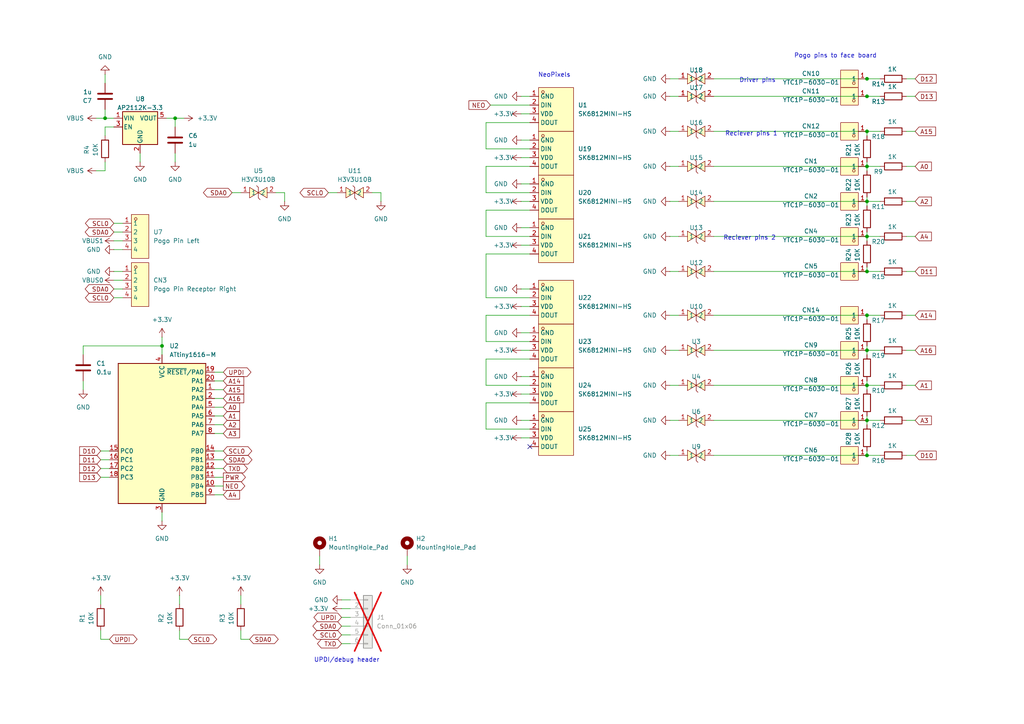
<source format=kicad_sch>
(kicad_sch (version 20250114) (generator "eeschema") (generator_version "9.0")
  (paper "A4")
  (text "Reciever pins 1" (at 217.932 38.862 0) (effects (font (size 1.27 1.27))))
  (text "Reciever pins 2\n" (at 217.424 69.088 0) (effects (font (size 1.27 1.27))))
  (text "NeoPixels\n" (at 160.782 21.844 0) (effects (font (size 1.27 1.27))))
  (text "Power transmission circuit" (at 201.93 224.79 0) (effects (font (size 1.27 1.27))))
  (text "Driver pins" (at 219.71 23.368 0) (effects (font (size 1.27 1.27))))
  (text "Pogo pins to face board\n" (at 242.316 16.256 0) (effects (font (size 1.27 1.27))))
  (text "UPDI/debug header\n" (at 100.584 191.516 0) (effects (font (size 1.27 1.27))))
  (junction (at 251.46 27.94))
  (junction (at 251.46 68.58))
  (junction (at 189.23 227.33))
  (junction (at 30.48 34.29))
  (junction (at 251.46 78.74))
  (junction (at 251.46 101.6))
  (junction (at 46.99 100.33))
  (junction (at 179.07 242.57))
  (junction (at 251.46 132.08))
  (junction (at 179.07 234.95))
  (junction (at 251.46 91.44))
  (junction (at 179.07 222.25))
  (junction (at 251.46 48.26))
  (junction (at 251.46 22.86))
  (junction (at 251.46 121.92))
  (junction (at 251.46 111.76))
  (junction (at 251.46 58.42))
  (junction (at 251.46 38.1))
  (junction (at 50.8 34.29))
  (no_connect (at 153.67 129.54))
  (no_connect (at 257.81 220.98))
  (wire (pts (xy 251.46 46.99) (xy 251.46 48.26)))
  (wire (pts (xy 207.01 91.44) (xy 251.46 91.44)))
  (wire (pts (xy 251.46 27.94) (xy 255.27 27.94)))
  (wire (pts (xy 260.35 228.6) (xy 257.81 228.6)))
  (wire (pts (xy 194.31 38.1) (xy 196.85 38.1)))
  (wire (pts (xy 189.23 237.49) (xy 189.23 227.33)))
  (wire (pts (xy 64.77 123.19) (xy 62.23 123.19)))
  (wire (pts (xy 189.23 222.25) (xy 189.23 227.33)))
  (wire (pts (xy 151.13 45.72) (xy 153.67 45.72)))
  (wire (pts (xy 110.49 55.88) (xy 107.95 55.88)))
  (wire (pts (xy 153.67 91.44) (xy 140.97 91.44)))
  (wire (pts (xy 140.97 111.76) (xy 140.97 104.14)))
  (wire (pts (xy 64.77 135.89) (xy 62.23 135.89)))
  (wire (pts (xy 153.67 68.58) (xy 140.97 68.58)))
  (wire (pts (xy 29.21 135.89) (xy 31.75 135.89)))
  (wire (pts (xy 30.48 31.75) (xy 30.48 34.29)))
  (wire (pts (xy 29.21 130.81) (xy 31.75 130.81)))
  (wire (pts (xy 140.97 116.84) (xy 153.67 116.84)))
  (wire (pts (xy 151.13 127) (xy 153.67 127)))
  (wire (pts (xy 194.31 48.26) (xy 196.85 48.26)))
  (wire (pts (xy 214.63 227.33) (xy 214.63 229.87)))
  (wire (pts (xy 194.31 101.6) (xy 196.85 101.6)))
  (wire (pts (xy 33.02 72.39) (xy 35.56 72.39)))
  (wire (pts (xy 251.46 48.26) (xy 251.46 49.53)))
  (wire (pts (xy 251.46 111.76) (xy 251.46 113.03)))
  (wire (pts (xy 232.41 223.52) (xy 234.95 223.52)))
  (wire (pts (xy 64.77 120.65) (xy 62.23 120.65)))
  (wire (pts (xy 265.43 132.08) (xy 262.89 132.08)))
  (wire (pts (xy 30.48 49.53) (xy 30.48 46.99)))
  (wire (pts (xy 232.41 226.06) (xy 234.95 226.06)))
  (wire (pts (xy 140.97 104.14) (xy 153.67 104.14)))
  (wire (pts (xy 64.77 130.81) (xy 62.23 130.81)))
  (wire (pts (xy 64.77 118.11) (xy 62.23 118.11)))
  (wire (pts (xy 207.01 48.26) (xy 251.46 48.26)))
  (wire (pts (xy 265.43 68.58) (xy 262.89 68.58)))
  (wire (pts (xy 207.01 68.58) (xy 251.46 68.58)))
  (wire (pts (xy 194.31 22.86) (xy 196.85 22.86)))
  (wire (pts (xy 82.55 55.88) (xy 80.01 55.88)))
  (wire (pts (xy 251.46 101.6) (xy 251.46 102.87)))
  (wire (pts (xy 140.97 43.18) (xy 140.97 35.56)))
  (wire (pts (xy 69.85 172.72) (xy 69.85 175.26)))
  (wire (pts (xy 52.07 182.88) (xy 52.07 185.42)))
  (wire (pts (xy 265.43 27.94) (xy 262.89 27.94)))
  (wire (pts (xy 140.97 68.58) (xy 140.97 60.96)))
  (wire (pts (xy 53.34 34.29) (xy 50.8 34.29)))
  (wire (pts (xy 140.97 35.56) (xy 153.67 35.56)))
  (wire (pts (xy 151.13 114.3) (xy 153.67 114.3)))
  (wire (pts (xy 33.02 81.28) (xy 35.56 81.28)))
  (wire (pts (xy 265.43 48.26) (xy 262.89 48.26)))
  (wire (pts (xy 99.06 176.53) (xy 101.6 176.53)))
  (wire (pts (xy 251.46 100.33) (xy 251.46 101.6)))
  (wire (pts (xy 251.46 22.86) (xy 255.27 22.86)))
  (wire (pts (xy 29.21 133.35) (xy 31.75 133.35)))
  (wire (pts (xy 207.01 234.95) (xy 179.07 234.95)))
  (wire (pts (xy 50.8 36.83) (xy 50.8 34.29)))
  (wire (pts (xy 232.41 220.98) (xy 234.95 220.98)))
  (wire (pts (xy 251.46 121.92) (xy 255.27 121.92)))
  (wire (pts (xy 30.48 36.83) (xy 30.48 39.37)))
  (wire (pts (xy 194.31 132.08) (xy 196.85 132.08)))
  (wire (pts (xy 151.13 101.6) (xy 153.67 101.6)))
  (wire (pts (xy 251.46 91.44) (xy 251.46 92.71)))
  (wire (pts (xy 168.91 222.25) (xy 179.07 222.25)))
  (wire (pts (xy 207.01 132.08) (xy 251.46 132.08)))
  (wire (pts (xy 265.43 111.76) (xy 262.89 111.76)))
  (wire (pts (xy 251.46 101.6) (xy 255.27 101.6)))
  (wire (pts (xy 153.67 55.88) (xy 140.97 55.88)))
  (wire (pts (xy 232.41 218.44) (xy 232.41 220.98)))
  (wire (pts (xy 194.31 27.94) (xy 196.85 27.94)))
  (wire (pts (xy 151.13 66.04) (xy 153.67 66.04)))
  (wire (pts (xy 64.77 110.49) (xy 62.23 110.49)))
  (wire (pts (xy 54.61 185.42) (xy 52.07 185.42)))
  (wire (pts (xy 260.35 226.06) (xy 257.81 226.06)))
  (wire (pts (xy 46.99 100.33) (xy 46.99 102.87)))
  (wire (pts (xy 101.6 179.07) (xy 99.06 179.07)))
  (wire (pts (xy 151.13 83.82) (xy 153.67 83.82)))
  (wire (pts (xy 168.91 224.79) (xy 168.91 222.25)))
  (wire (pts (xy 64.77 125.73) (xy 62.23 125.73)))
  (wire (pts (xy 50.8 34.29) (xy 48.26 34.29)))
  (wire (pts (xy 50.8 46.99) (xy 50.8 44.45)))
  (wire (pts (xy 72.39 185.42) (xy 69.85 185.42)))
  (wire (pts (xy 194.31 58.42) (xy 196.85 58.42)))
  (wire (pts (xy 24.13 100.33) (xy 24.13 102.87)))
  (wire (pts (xy 67.31 55.88) (xy 69.85 55.88)))
  (wire (pts (xy 142.24 30.48) (xy 153.67 30.48)))
  (wire (pts (xy 251.46 121.92) (xy 251.46 123.19)))
  (wire (pts (xy 151.13 33.02) (xy 153.67 33.02)))
  (wire (pts (xy 92.71 163.83) (xy 92.71 161.29)))
  (wire (pts (xy 99.06 186.69) (xy 101.6 186.69)))
  (wire (pts (xy 194.31 78.74) (xy 196.85 78.74)))
  (wire (pts (xy 99.06 181.61) (xy 101.6 181.61)))
  (wire (pts (xy 251.46 68.58) (xy 255.27 68.58)))
  (wire (pts (xy 62.23 107.95) (xy 64.77 107.95)))
  (wire (pts (xy 251.46 130.81) (xy 251.46 132.08)))
  (wire (pts (xy 153.67 99.06) (xy 140.97 99.06)))
  (wire (pts (xy 168.91 232.41) (xy 168.91 234.95)))
  (wire (pts (xy 64.77 143.51) (xy 62.23 143.51)))
  (wire (pts (xy 30.48 34.29) (xy 33.02 34.29)))
  (wire (pts (xy 46.99 97.79) (xy 46.99 100.33)))
  (wire (pts (xy 251.46 120.65) (xy 251.46 121.92)))
  (wire (pts (xy 153.67 111.76) (xy 140.97 111.76)))
  (wire (pts (xy 217.17 250.19) (xy 214.63 250.19)))
  (wire (pts (xy 30.48 21.59) (xy 30.48 24.13)))
  (wire (pts (xy 179.07 232.41) (xy 179.07 234.95)))
  (wire (pts (xy 251.46 111.76) (xy 255.27 111.76)))
  (wire (pts (xy 64.77 115.57) (xy 62.23 115.57)))
  (wire (pts (xy 232.41 231.14) (xy 232.41 228.6)))
  (wire (pts (xy 40.64 46.99) (xy 40.64 44.45)))
  (wire (pts (xy 251.46 38.1) (xy 251.46 39.37)))
  (wire (pts (xy 140.97 60.96) (xy 153.67 60.96)))
  (wire (pts (xy 64.77 140.97) (xy 62.23 140.97)))
  (wire (pts (xy 33.02 83.82) (xy 35.56 83.82)))
  (wire (pts (xy 251.46 48.26) (xy 255.27 48.26)))
  (wire (pts (xy 207.01 27.94) (xy 251.46 27.94)))
  (wire (pts (xy 95.25 55.88) (xy 97.79 55.88)))
  (wire (pts (xy 194.31 121.92) (xy 196.85 121.92)))
  (wire (pts (xy 33.02 64.77) (xy 35.56 64.77)))
  (wire (pts (xy 151.13 40.64) (xy 153.67 40.64)))
  (wire (pts (xy 179.07 234.95) (xy 179.07 242.57)))
  (wire (pts (xy 151.13 58.42) (xy 153.67 58.42)))
  (wire (pts (xy 118.11 163.83) (xy 118.11 161.29)))
  (wire (pts (xy 189.23 227.33) (xy 214.63 227.33)))
  (wire (pts (xy 153.67 86.36) (xy 140.97 86.36)))
  (wire (pts (xy 140.97 124.46) (xy 140.97 116.84)))
  (wire (pts (xy 29.21 172.72) (xy 29.21 175.26)))
  (wire (pts (xy 251.46 68.58) (xy 251.46 69.85)))
  (wire (pts (xy 207.01 111.76) (xy 251.46 111.76)))
  (wire (pts (xy 99.06 173.99) (xy 101.6 173.99)))
  (wire (pts (xy 27.94 49.53) (xy 30.48 49.53)))
  (wire (pts (xy 176.53 242.57) (xy 179.07 242.57)))
  (wire (pts (xy 179.07 222.25) (xy 189.23 222.25)))
  (wire (pts (xy 251.46 57.15) (xy 251.46 58.42)))
  (wire (pts (xy 82.55 58.42) (xy 82.55 55.88)))
  (wire (pts (xy 52.07 172.72) (xy 52.07 175.26)))
  (wire (pts (xy 207.01 22.86) (xy 251.46 22.86)))
  (wire (pts (xy 251.46 58.42) (xy 255.27 58.42)))
  (wire (pts (xy 99.06 184.15) (xy 101.6 184.15)))
  (wire (pts (xy 151.13 71.12) (xy 153.67 71.12)))
  (wire (pts (xy 140.97 73.66) (xy 140.97 86.36)))
  (wire (pts (xy 265.43 38.1) (xy 262.89 38.1)))
  (wire (pts (xy 69.85 182.88) (xy 69.85 185.42)))
  (wire (pts (xy 189.23 247.65) (xy 189.23 250.19)))
  (wire (pts (xy 251.46 110.49) (xy 251.46 111.76)))
  (wire (pts (xy 33.02 67.31) (xy 35.56 67.31)))
  (wire (pts (xy 251.46 58.42) (xy 251.46 59.69)))
  (wire (pts (xy 24.13 100.33) (xy 46.99 100.33)))
  (wire (pts (xy 265.43 58.42) (xy 262.89 58.42)))
  (wire (pts (xy 179.07 242.57) (xy 181.61 242.57)))
  (wire (pts (xy 140.97 48.26) (xy 153.67 48.26)))
  (wire (pts (xy 140.97 73.66) (xy 153.67 73.66)))
  (wire (pts (xy 194.31 91.44) (xy 196.85 91.44)))
  (wire (pts (xy 251.46 91.44) (xy 255.27 91.44)))
  (wire (pts (xy 151.13 96.52) (xy 153.67 96.52)))
  (wire (pts (xy 29.21 185.42) (xy 31.75 185.42)))
  (wire (pts (xy 64.77 113.03) (xy 62.23 113.03)))
  (wire (pts (xy 191.77 250.19) (xy 189.23 250.19)))
  (wire (pts (xy 260.35 223.52) (xy 257.81 223.52)))
  (wire (pts (xy 29.21 182.88) (xy 29.21 185.42)))
  (wire (pts (xy 140.97 91.44) (xy 140.97 99.06)))
  (wire (pts (xy 179.07 224.79) (xy 179.07 222.25)))
  (wire (pts (xy 265.43 121.92) (xy 262.89 121.92)))
  (wire (pts (xy 265.43 22.86) (xy 262.89 22.86)))
  (wire (pts (xy 30.48 36.83) (xy 33.02 36.83)))
  (wire (pts (xy 153.67 124.46) (xy 140.97 124.46)))
  (wire (pts (xy 168.91 234.95) (xy 179.07 234.95)))
  (wire (pts (xy 151.13 109.22) (xy 153.67 109.22)))
  (wire (pts (xy 232.41 228.6) (xy 234.95 228.6)))
  (wire (pts (xy 265.43 101.6) (xy 262.89 101.6)))
  (wire (pts (xy 194.31 68.58) (xy 196.85 68.58)))
  (wire (pts (xy 110.49 58.42) (xy 110.49 55.88)))
  (wire (pts (xy 194.31 111.76) (xy 196.85 111.76)))
  (wire (pts (xy 265.43 91.44) (xy 262.89 91.44)))
  (wire (pts (xy 151.13 88.9) (xy 153.67 88.9)))
  (wire (pts (xy 151.13 27.94) (xy 153.67 27.94)))
  (wire (pts (xy 214.63 250.19) (xy 214.63 240.03)))
  (wire (pts (xy 24.13 110.49) (xy 24.13 113.03)))
  (wire (pts (xy 29.21 138.43) (xy 31.75 138.43)))
  (wire (pts (xy 207.01 58.42) (xy 251.46 58.42)))
  (wire (pts (xy 207.01 78.74) (xy 251.46 78.74)))
  (wire (pts (xy 207.01 121.92) (xy 251.46 121.92)))
  (wire (pts (xy 265.43 78.74) (xy 262.89 78.74)))
  (wire (pts (xy 153.67 43.18) (xy 140.97 43.18)))
  (wire (pts (xy 251.46 38.1) (xy 255.27 38.1)))
  (wire (pts (xy 251.46 77.47) (xy 251.46 78.74)))
  (wire (pts (xy 151.13 121.92) (xy 153.67 121.92)))
  (wire (pts (xy 64.77 138.43) (xy 62.23 138.43)))
  (wire (pts (xy 33.02 69.85) (xy 35.56 69.85)))
  (wire (pts (xy 140.97 55.88) (xy 140.97 48.26)))
  (wire (pts (xy 151.13 53.34) (xy 153.67 53.34)))
  (wire (pts (xy 33.02 86.36) (xy 35.56 86.36)))
  (wire (pts (xy 251.46 132.08) (xy 255.27 132.08)))
  (wire (pts (xy 251.46 78.74) (xy 255.27 78.74)))
  (wire (pts (xy 27.94 34.29) (xy 30.48 34.29)))
  (wire (pts (xy 207.01 101.6) (xy 251.46 101.6)))
  (wire (pts (xy 46.99 148.59) (xy 46.99 151.13)))
  (wire (pts (xy 33.02 78.74) (xy 35.56 78.74)))
  (wire (pts (xy 260.35 231.14) (xy 260.35 228.6)))
  (wire (pts (xy 64.77 133.35) (xy 62.23 133.35)))
  (wire (pts (xy 207.01 38.1) (xy 251.46 38.1)))
  (wire (pts (xy 251.46 67.31) (xy 251.46 68.58)))
  (global_label "UPDI" (shape bidirectional) (at 99.06 179.07 180) (property "Intersheetrefs" "${INTERSHEET_REFS}" (effects (hide yes))))
  (global_label "D13" (shape input) (at 265.43 27.94 0) (property "Intersheetrefs" "${INTERSHEET_REFS}" (effects (hide yes))))
  (global_label "NEO" (shape output) (at 64.77 140.97 0) (property "Intersheetrefs" "${INTERSHEET_REFS}" (effects (hide yes))))
  (global_label "A0" (shape input) (at 64.77 118.11 0) (property "Intersheetrefs" "${INTERSHEET_REFS}" (effects (hide yes))))
  (global_label "SCL0" (shape bidirectional) (at 33.02 86.36 180) (property "Intersheetrefs" "${INTERSHEET_REFS}" (effects (hide yes))))
  (global_label "D11" (shape input) (at 29.21 133.35 180) (property "Intersheetrefs" "${INTERSHEET_REFS}" (effects (hide yes))))
  (global_label "A14" (shape input) (at 265.43 91.44 0) (property "Intersheetrefs" "${INTERSHEET_REFS}" (effects (hide yes))))
  (global_label "A4" (shape input) (at 265.43 68.58 0) (property "Intersheetrefs" "${INTERSHEET_REFS}" (effects (hide yes))))
  (global_label "D11" (shape input) (at 265.43 78.74 0) (property "Intersheetrefs" "${INTERSHEET_REFS}" (effects (hide yes))))
  (global_label "A3" (shape input) (at 265.43 121.92 0) (property "Intersheetrefs" "${INTERSHEET_REFS}" (effects (hide yes))))
  (global_label "SDA0" (shape bidirectional) (at 67.31 55.88 180) (property "Intersheetrefs" "${INTERSHEET_REFS}" (effects (hide yes))))
  (global_label "SDA0" (shape bidirectional) (at 99.06 181.61 180) (property "Intersheetrefs" "${INTERSHEET_REFS}" (effects (hide yes))))
  (global_label "SCL0" (shape bidirectional) (at 64.77 130.81 0) (property "Intersheetrefs" "${INTERSHEET_REFS}" (effects (hide yes))))
  (global_label "A15" (shape input) (at 265.43 38.1 0) (property "Intersheetrefs" "${INTERSHEET_REFS}" (effects (hide yes))))
  (global_label "SCL0" (shape bidirectional) (at 54.61 185.42 0) (property "Intersheetrefs" "${INTERSHEET_REFS}" (effects (hide yes))))
  (global_label "A0" (shape input) (at 265.43 48.26 0) (property "Intersheetrefs" "${INTERSHEET_REFS}" (effects (hide yes))))
  (global_label "PWR" (shape output) (at 176.53 242.57 180) (property "Intersheetrefs" "${INTERSHEET_REFS}" (effects (hide yes))))
  (global_label "A2" (shape input) (at 64.77 123.19 0) (property "Intersheetrefs" "${INTERSHEET_REFS}" (effects (hide yes))))
  (global_label "TXD" (shape bidirectional) (at 99.06 186.69 180) (property "Intersheetrefs" "${INTERSHEET_REFS}" (effects (hide yes))))
  (global_label "D13" (shape input) (at 29.21 138.43 180) (property "Intersheetrefs" "${INTERSHEET_REFS}" (effects (hide yes))))
  (global_label "SDA0" (shape bidirectional) (at 33.02 83.82 180) (property "Intersheetrefs" "${INTERSHEET_REFS}" (effects (hide yes))))
  (global_label "SCL0" (shape bidirectional) (at 95.25 55.88 180) (property "Intersheetrefs" "${INTERSHEET_REFS}" (effects (hide yes))))
  (global_label "SCL0" (shape bidirectional) (at 99.06 184.15 180) (property "Intersheetrefs" "${INTERSHEET_REFS}" (effects (hide yes))))
  (global_label "SCL0" (shape bidirectional) (at 33.02 64.77 180) (property "Intersheetrefs" "${INTERSHEET_REFS}" (effects (hide yes))))
  (global_label "UPDI" (shape bidirectional) (at 64.77 107.95 0) (property "Intersheetrefs" "${INTERSHEET_REFS}" (effects (hide yes))))
  (global_label "D10" (shape input) (at 265.43 132.08 0) (property "Intersheetrefs" "${INTERSHEET_REFS}" (effects (hide yes))))
  (global_label "D12" (shape input) (at 265.43 22.86 0) (property "Intersheetrefs" "${INTERSHEET_REFS}" (effects (hide yes))))
  (global_label "A1" (shape input) (at 265.43 111.76 0) (property "Intersheetrefs" "${INTERSHEET_REFS}" (effects (hide yes))))
  (global_label "A2" (shape input) (at 265.43 58.42 0) (property "Intersheetrefs" "${INTERSHEET_REFS}" (effects (hide yes))))
  (global_label "NEO" (shape input) (at 142.24 30.48 180) (property "Intersheetrefs" "${INTERSHEET_REFS}" (effects (hide yes))))
  (global_label "A3" (shape input) (at 64.77 125.73 0) (property "Intersheetrefs" "${INTERSHEET_REFS}" (effects (hide yes))))
  (global_label "SDA0" (shape bidirectional) (at 64.77 133.35 0) (property "Intersheetrefs" "${INTERSHEET_REFS}" (effects (hide yes))))
  (global_label "A15" (shape input) (at 64.77 113.03 0) (property "Intersheetrefs" "${INTERSHEET_REFS}" (effects (hide yes))))
  (global_label "UPDI" (shape bidirectional) (at 31.75 185.42 0) (property "Intersheetrefs" "${INTERSHEET_REFS}" (effects (hide yes))))
  (global_label "D12" (shape input) (at 29.21 135.89 180) (property "Intersheetrefs" "${INTERSHEET_REFS}" (effects (hide yes))))
  (global_label "A1" (shape input) (at 64.77 120.65 0) (property "Intersheetrefs" "${INTERSHEET_REFS}" (effects (hide yes))))
  (global_label "D10" (shape input) (at 29.21 130.81 180) (property "Intersheetrefs" "${INTERSHEET_REFS}" (effects (hide yes))))
  (global_label "A4" (shape input) (at 64.77 143.51 0) (property "Intersheetrefs" "${INTERSHEET_REFS}" (effects (hide yes))))
  (global_label "A16" (shape input) (at 265.43 101.6 0) (property "Intersheetrefs" "${INTERSHEET_REFS}" (effects (hide yes))))
  (global_label "PWR" (shape output) (at 64.77 138.43 0) (property "Intersheetrefs" "${INTERSHEET_REFS}" (effects (hide yes))))
  (global_label "SDA0" (shape bidirectional) (at 33.02 67.31 180) (property "Intersheetrefs" "${INTERSHEET_REFS}" (effects (hide yes))))
  (global_label "TXD" (shape bidirectional) (at 64.77 135.89 0) (property "Intersheetrefs" "${INTERSHEET_REFS}" (effects (hide yes))))
  (global_label "A16" (shape input) (at 64.77 115.57 0) (property "Intersheetrefs" "${INTERSHEET_REFS}" (effects (hide yes))))
  (global_label "SDA0" (shape bidirectional) (at 72.39 185.42 0) (property "Intersheetrefs" "${INTERSHEET_REFS}" (effects (hide yes))))
  (global_label "A14" (shape input) (at 64.77 110.49 0) (property "Intersheetrefs" "${INTERSHEET_REFS}" (effects (hide yes))))
  (symbol (lib_id "easyeda2kicad:SK6812MINI-HS") (at 161.29 125.73 0) (unit 1)
    (property "Reference" "U25" (at 167.64 124.4599 0) (effects (justify left)))
    (property "Value" "SK6812MINI-HS" (at 167.64 126.9999 0) (effects (justify left)))
    (property "Footprint" "easyeda2kicad:LED-SMD_4P-L3.5-W3.5-BR_SK6812MINI-HS" (effects (hide yes)))
    (property "LCSC Part" "C2922787" (effects (hide yes)))
  )
  (symbol (lib_id "power:GND") (at 110.49 58.42 0) (mirror y) (unit 1)
    (property "Reference" "#PWR099" (effects (hide yes)))
    (property "Value" "GND" (at 110.49 63.5 0))
    (property "Description" "Power symbol creates a global label with name \"GND\" , ground" (effects (hide yes)))
  )
  (symbol (lib_id "Transistor_FET:AO3401A") (at 186.69 242.57 0) (mirror x) (unit 1)
    (property "Reference" "Q3" (at 193.04 243.8401 0) (effects (justify left)))
    (property "Value" "AO3401A" (at 193.04 241.3001 0) (effects (justify left)))
    (property "Footprint" "Package_TO_SOT_SMD:SOT-23" (effects (hide yes)))
    (property "Datasheet" "http://www.aosmd.com/pdfs/datasheet/AO3401A.pdf" (effects (hide yes)))
    (property "Description" "-4.0A Id, -30V Vds, P-Channel MOSFET, SOT-23" (effects (hide yes)))
  )
  (symbol (lib_id "easyeda2kicad:H3V3U10B") (at 201.93 68.58 0) (unit 1)
    (property "Reference" "U13" (at 201.93 66.04 0))
    (property "Value" "H3V3U10B" (effects (hide yes)))
    (property "Footprint" "easyeda2kicad:DFN1006-2L-BI" (effects (hide yes)))
    (property "LCSC Part" "C20615782" (effects (hide yes)))
  )
  (symbol (lib_id "Device:R") (at 251.46 127 0) (unit 1)
    (property "Reference" "R28" (at 246.126 127.254 90))
    (property "Value" "10K" (at 248.666 127.254 90))
    (property "Footprint" "Resistor_SMD:R_0402_1005Metric" (effects (hide yes)))
    (property "Description" "Resistor" (effects (hide yes)))
  )
  (symbol (lib_id "Device:R") (at 30.48 43.18 0) (unit 1)
    (property "Reference" "R4" (at 25.146 43.434 90))
    (property "Value" "10K" (at 27.686 43.434 90))
    (property "Footprint" "Resistor_SMD:R_0402_1005Metric" (effects (hide yes)))
    (property "Description" "Resistor" (effects (hide yes)))
  )
  (symbol (lib_id "Device:R") (at 259.08 48.26 270) (unit 1)
    (property "Reference" "R9" (at 254.762 49.784 90))
    (property "Value" "1K" (at 258.826 45.466 90))
    (property "Footprint" "Resistor_SMD:R_0402_1005Metric" (effects (hide yes)))
    (property "Description" "Resistor" (effects (hide yes)))
  )
  (symbol (lib_id "easyeda2kicad:H3V3U10B") (at 201.93 22.86 0) (unit 1)
    (property "Reference" "U18" (at 201.93 20.32 0))
    (property "Value" "H3V3U10B" (effects (hide yes)))
    (property "Footprint" "easyeda2kicad:DFN1006-2L-BI" (effects (hide yes)))
    (property "LCSC Part" "C20615782" (effects (hide yes)))
  )
  (symbol (lib_id "easyeda2kicad:YZ165615055F-04025-01") (at 40.64 68.58 0) (unit 1)
    (property "Reference" "U7" (at 44.45 67.3099 0) (effects (justify left)))
    (property "Value" "Pogo Pin Left" (at 44.45 69.8499 0) (effects (justify left)))
    (property "Footprint" "easyeda2kicad:CONN-SMD_4P-L11.0-W5.5-P2.50_YZ165615055F-04025-01" (effects (hide yes)))
    (property "LCSC Part" "C5296819" (effects (hide yes)))
  )
  (symbol (lib_id "easyeda2kicad:H3V3U10B") (at 201.93 78.74 0) (unit 1)
    (property "Reference" "U12" (at 201.93 76.2 0))
    (property "Value" "H3V3U10B" (effects (hide yes)))
    (property "Footprint" "easyeda2kicad:DFN1006-2L-BI" (effects (hide yes)))
    (property "LCSC Part" "C20615782" (effects (hide yes)))
  )
  (symbol (lib_id "power:+3.3V") (at 151.13 101.6 90) (unit 1)
    (property "Reference" "#PWR041" (effects (hide yes)))
    (property "Value" "+3.3V" (at 146.05 101.6 90))
    (property "Description" "Power symbol creates a global label with name \"+3.3V\"" (effects (hide yes)))
  )
  (symbol (lib_id "power:GND") (at 46.99 151.13 0) (unit 1)
    (property "Reference" "#PWR05" (effects (hide yes)))
    (property "Value" "GND" (at 46.99 156.21 0))
    (property "Description" "Power symbol creates a global label with name \"GND\" , ground" (effects (hide yes)))
  )
  (symbol (lib_id "easyeda2kicad:YTC1P-6030-01") (at 247.65 121.92 180) (unit 1)
    (property "Reference" "CN7" (at 235.204 120.396 0))
    (property "Value" "YTC1P-6030-01" (at 235.204 122.936 0))
    (property "Footprint" "easyeda2kicad:SMD-1_BD2.0-H10.0" (effects (hide yes)))
    (property "LCSC Part" "C5221285" (effects (hide yes)))
  )
  (symbol (lib_id "Transistor_FET:AO3401A") (at 212.09 234.95 0) (mirror x) (unit 1)
    (property "Reference" "Q4" (at 218.44 236.2201 0) (effects (justify left)))
    (property "Value" "AO3401A" (at 218.44 233.6801 0) (effects (justify left)))
    (property "Footprint" "Package_TO_SOT_SMD:SOT-23" (effects (hide yes)))
    (property "Datasheet" "http://www.aosmd.com/pdfs/datasheet/AO3401A.pdf" (effects (hide yes)))
    (property "Description" "-4.0A Id, -30V Vds, P-Channel MOSFET, SOT-23" (effects (hide yes)))
  )
  (symbol (lib_id "power:GND") (at 151.13 66.04 270) (unit 1)
    (property "Reference" "#PWR036" (effects (hide yes)))
    (property "Value" "GND" (at 147.32 66.0399 90) (effects (justify right)))
    (property "Description" "Power symbol creates a global label with name \"GND\" , ground" (effects (hide yes)))
  )
  (symbol (lib_id "Device:C") (at 50.8 40.64 0) (unit 1)
    (property "Reference" "C6" (at 54.61 39.3699 0) (effects (justify left)))
    (property "Value" "1u" (at 54.61 41.9099 0) (effects (justify left)))
    (property "Footprint" "Capacitor_SMD:C_0402_1005Metric" (effects (hide yes)))
    (property "Description" "Unpolarized capacitor" (effects (hide yes)))
  )
  (symbol (lib_id "easyeda2kicad:SK6812MINI-HS") (at 161.29 113.03 0) (unit 1)
    (property "Reference" "U24" (at 167.64 111.7599 0) (effects (justify left)))
    (property "Value" "SK6812MINI-HS" (at 167.64 114.2999 0) (effects (justify left)))
    (property "Footprint" "easyeda2kicad:LED-SMD_4P-L3.5-W3.5-BR_SK6812MINI-HS" (effects (hide yes)))
    (property "LCSC Part" "C2922787" (effects (hide yes)))
  )
  (symbol (lib_id "power:VBUS") (at 27.94 34.29 90) (unit 1)
    (property "Reference" "#PWR090" (effects (hide yes)))
    (property "Value" "VBUS" (at 21.844 34.29 90))
    (property "Description" "Power symbol creates a global label with name \"VBUS\"" (effects (hide yes)))
  )
  (symbol (lib_id "Device:R") (at 179.07 228.6 0) (unit 1)
    (property "Reference" "R29" (at 173.736 228.854 90))
    (property "Value" "10K" (at 176.276 228.854 90))
    (property "Footprint" "Resistor_SMD:R_0402_1005Metric" (effects (hide yes)))
    (property "Description" "Resistor" (effects (hide yes)))
  )
  (symbol (lib_id "power:+3.3V") (at 69.85 172.72 0) (unit 1)
    (property "Reference" "#PWR010" (effects (hide yes)))
    (property "Value" "+3.3V" (at 69.85 167.64 0))
    (property "Description" "Power symbol creates a global label with name \"+3.3V\"" (effects (hide yes)))
  )
  (symbol (lib_id "Device:R") (at 259.08 38.1 270) (unit 1)
    (property "Reference" "R18" (at 254.762 39.624 90))
    (property "Value" "1K" (at 258.826 35.306 90))
    (property "Footprint" "Resistor_SMD:R_0402_1005Metric" (effects (hide yes)))
    (property "Description" "Resistor" (effects (hide yes)))
  )
  (symbol (lib_id "easyeda2kicad:H3V3U10B") (at 201.93 91.44 0) (unit 1)
    (property "Reference" "U10" (at 201.93 88.9 0))
    (property "Value" "H3V3U10B" (effects (hide yes)))
    (property "Footprint" "easyeda2kicad:DFN1006-2L-BI" (effects (hide yes)))
    (property "LCSC Part" "C20615782" (effects (hide yes)))
  )
  (symbol (lib_id "easyeda2kicad:YTC1P-6030-01") (at 247.65 78.74 180) (unit 1)
    (property "Reference" "CN5" (at 235.204 77.216 0))
    (property "Value" "YTC1P-6030-01" (at 235.204 79.756 0))
    (property "Footprint" "easyeda2kicad:SMD-1_BD2.0-H10.0" (effects (hide yes)))
    (property "LCSC Part" "C5221285" (effects (hide yes)))
  )
  (symbol (lib_id "power:+3.3V") (at 52.07 172.72 0) (unit 1)
    (property "Reference" "#PWR09" (effects (hide yes)))
    (property "Value" "+3.3V" (at 52.07 167.64 0))
    (property "Description" "Power symbol creates a global label with name \"+3.3V\"" (effects (hide yes)))
  )
  (symbol (lib_id "power:GND") (at 151.13 83.82 270) (unit 1)
    (property "Reference" "#PWR038" (effects (hide yes)))
    (property "Value" "GND" (at 147.32 83.8199 90) (effects (justify right)))
    (property "Description" "Power symbol creates a global label with name \"GND\" , ground" (effects (hide yes)))
  )
  (symbol (lib_id "easyeda2kicad:YTC1P-6030-01") (at 247.65 48.26 180) (unit 1)
    (property "Reference" "CN1" (at 235.204 46.736 0))
    (property "Value" "YTC1P-6030-01" (at 235.204 49.276 0))
    (property "Footprint" "easyeda2kicad:SMD-1_BD2.0-H10.0" (effects (hide yes)))
    (property "LCSC Part" "C5221285" (effects (hide yes)))
  )
  (symbol (lib_id "easyeda2kicad:H3V3U10B") (at 201.93 121.92 0) (unit 1)
    (property "Reference" "U6" (at 201.93 119.38 0))
    (property "Value" "H3V3U10B" (effects (hide yes)))
    (property "Footprint" "easyeda2kicad:DFN1006-2L-BI" (effects (hide yes)))
    (property "LCSC Part" "C20615782" (effects (hide yes)))
  )
  (symbol (lib_id "Device:R") (at 251.46 43.18 0) (unit 1)
    (property "Reference" "R21" (at 246.126 43.434 90))
    (property "Value" "10K" (at 248.666 43.434 90))
    (property "Footprint" "Resistor_SMD:R_0402_1005Metric" (effects (hide yes)))
    (property "Description" "Resistor" (effects (hide yes)))
  )
  (symbol (lib_id "Device:C") (at 168.91 228.6 180) (unit 1)
    (property "Reference" "C8" (at 165.1 229.8701 0) (effects (justify left)))
    (property "Value" "1u" (at 165.1 227.3301 0) (effects (justify left)))
    (property "Footprint" "Capacitor_SMD:C_0402_1005Metric" (effects (hide yes)))
    (property "Description" "Unpolarized capacitor" (effects (hide yes)))
  )
  (symbol (lib_id "Mechanical:MountingHole_Pad") (at 118.11 158.75 0) (unit 1) (in_bom no)
    (property "Reference" "H2" (at 120.65 156.2099 0) (effects (justify left)))
    (property "Value" "MountingHole_Pad" (at 120.65 158.7499 0) (effects (justify left)))
    (property "Footprint" "MountingHole:MountingHole_2.7mm_M2.5_DIN965_Pad_TopBottom" (effects (hide yes)))
    (property "Description" "Mounting Hole with connection" (effects (hide yes)))
  )
  (symbol (lib_id "power:GND") (at 151.13 121.92 270) (unit 1)
    (property "Reference" "#PWR044" (effects (hide yes)))
    (property "Value" "GND" (at 147.32 121.9199 90) (effects (justify right)))
    (property "Description" "Power symbol creates a global label with name \"GND\" , ground" (effects (hide yes)))
  )
  (symbol (lib_id "power:GND") (at 194.31 38.1 270) (unit 1)
    (property "Reference" "#PWR026" (effects (hide yes)))
    (property "Value" "GND" (at 190.5 38.0999 90) (effects (justify right)))
    (property "Description" "Power symbol creates a global label with name \"GND\" , ground" (effects (hide yes)))
  )
  (symbol (lib_id "Device:R") (at 259.08 78.74 270) (unit 1)
    (property "Reference" "R15" (at 254.762 80.264 90))
    (property "Value" "1K" (at 258.826 75.946 90))
    (property "Footprint" "Resistor_SMD:R_0402_1005Metric" (effects (hide yes)))
    (property "Description" "Resistor" (effects (hide yes)))
  )
  (symbol (lib_id "power:GND") (at 151.13 109.22 270) (unit 1)
    (property "Reference" "#PWR042" (effects (hide yes)))
    (property "Value" "GND" (at 147.32 109.2199 90) (effects (justify right)))
    (property "Description" "Power symbol creates a global label with name \"GND\" , ground" (effects (hide yes)))
  )
  (symbol (lib_id "power:GND") (at 118.11 163.83 0) (unit 1)
    (property "Reference" "#PWR095" (effects (hide yes)))
    (property "Value" "GND" (at 118.11 168.91 0))
    (property "Description" "Power symbol creates a global label with name \"GND\" , ground" (effects (hide yes)))
  )
  (symbol (lib_id "Device:R") (at 259.08 27.94 270) (unit 1)
    (property "Reference" "R13" (at 254.762 29.464 90))
    (property "Value" "1K" (at 258.826 25.146 90))
    (property "Footprint" "Resistor_SMD:R_0402_1005Metric" (effects (hide yes)))
    (property "Description" "Resistor" (effects (hide yes)))
  )
  (symbol (lib_id "power:VBUS") (at 33.02 69.85 90) (unit 1)
    (property "Reference" "#PWR04" (effects (hide yes)))
    (property "Value" "VBUS1" (at 26.924 69.85 90))
    (property "Description" "Power symbol creates a global label with name \"VBUS\"" (effects (hide yes)))
  )
  (symbol (lib_id "Device:R") (at 52.07 179.07 0) (unit 1)
    (property "Reference" "R2" (at 46.736 179.324 90))
    (property "Value" "10K" (at 49.276 179.324 90))
    (property "Footprint" "Resistor_SMD:R_0402_1005Metric" (effects (hide yes)))
    (property "Description" "Resistor" (effects (hide yes)))
  )
  (symbol (lib_id "power:GND") (at 194.31 78.74 270) (unit 1)
    (property "Reference" "#PWR019" (effects (hide yes)))
    (property "Value" "GND" (at 190.5 78.7399 90) (effects (justify right)))
    (property "Description" "Power symbol creates a global label with name \"GND\" , ground" (effects (hide yes)))
  )
  (symbol (lib_id "easyeda2kicad:SK6812MINI-HS") (at 161.29 31.75 0) (unit 1)
    (property "Reference" "U1" (at 167.64 30.4799 0) (effects (justify left)))
    (property "Value" "SK6812MINI-HS" (at 167.64 33.0199 0) (effects (justify left)))
    (property "Footprint" "easyeda2kicad:LED-SMD_4P-L3.5-W3.5-BR_SK6812MINI-HS" (effects (hide yes)))
    (property "LCSC Part" "C2922787" (effects (hide yes)))
  )
  (symbol (lib_id "Device:R") (at 251.46 73.66 0) (unit 1)
    (property "Reference" "R24" (at 246.126 73.914 90))
    (property "Value" "10K" (at 248.666 73.914 90))
    (property "Footprint" "Resistor_SMD:R_0402_1005Metric" (effects (hide yes)))
    (property "Description" "Resistor" (effects (hide yes)))
  )
  (symbol (lib_id "power:GND") (at 260.35 231.14 0) (unit 1)
    (property "Reference" "#PWR0103" (effects (hide yes)))
    (property "Value" "GND" (at 260.35 236.22 0))
    (property "Description" "Power symbol creates a global label with name \"GND\" , ground" (effects (hide yes)))
  )
  (symbol (lib_id "easyeda2kicad:SK6812MINI-HS") (at 161.29 100.33 0) (unit 1)
    (property "Reference" "U23" (at 167.64 99.0599 0) (effects (justify left)))
    (property "Value" "SK6812MINI-HS" (at 167.64 101.5999 0) (effects (justify left)))
    (property "Footprint" "easyeda2kicad:LED-SMD_4P-L3.5-W3.5-BR_SK6812MINI-HS" (effects (hide yes)))
    (property "LCSC Part" "C2922787" (effects (hide yes)))
  )
  (symbol (lib_id "power:+3.3V") (at 151.13 33.02 90) (unit 1)
    (property "Reference" "#PWR030" (effects (hide yes)))
    (property "Value" "+3.3V" (at 146.05 33.02 90))
    (property "Description" "Power symbol creates a global label with name \"+3.3V\"" (effects (hide yes)))
  )
  (symbol (lib_id "Device:R") (at 259.08 68.58 270) (unit 1)
    (property "Reference" "R20" (at 254.762 70.104 90))
    (property "Value" "1K" (at 258.826 65.786 90))
    (property "Footprint" "Resistor_SMD:R_0402_1005Metric" (effects (hide yes)))
    (property "Description" "Resistor" (effects (hide yes)))
  )
  (symbol (lib_id "easyeda2kicad:H3V3U10B") (at 74.93 55.88 0) (unit 1)
    (property "Reference" "U5" (at 74.93 49.53 0))
    (property "Value" "H3V3U10B" (at 74.93 52.07 0))
    (property "Footprint" "easyeda2kicad:DFN1006-2L-BI" (effects (hide yes)))
    (property "LCSC Part" "C20615782" (effects (hide yes)))
  )
  (symbol (lib_id "Device:R") (at 251.46 106.68 0) (unit 1)
    (property "Reference" "R26" (at 246.126 106.934 90))
    (property "Value" "10K" (at 248.666 106.934 90))
    (property "Footprint" "Resistor_SMD:R_0402_1005Metric" (effects (hide yes)))
    (property "Description" "Resistor" (effects (hide yes)))
  )
  (symbol (lib_id "easyeda2kicad:YTC1P-6030-01") (at 247.65 38.1 180) (unit 1)
    (property "Reference" "CN12" (at 235.204 36.576 0))
    (property "Value" "YTC1P-6030-01" (at 235.204 39.116 0))
    (property "Footprint" "easyeda2kicad:SMD-1_BD2.0-H10.0" (effects (hide yes)))
    (property "LCSC Part" "C5221285" (effects (hide yes)))
  )
  (symbol (lib_id "easyeda2kicad:YTC1P-6030-01") (at 247.65 68.58 180) (unit 1)
    (property "Reference" "CN4" (at 235.204 67.056 0))
    (property "Value" "YTC1P-6030-01" (at 235.204 69.596 0))
    (property "Footprint" "easyeda2kicad:SMD-1_BD2.0-H10.0" (effects (hide yes)))
    (property "LCSC Part" "C5221285" (effects (hide yes)))
  )
  (symbol (lib_id "power:GND") (at 92.71 163.83 0) (unit 1)
    (property "Reference" "#PWR094" (effects (hide yes)))
    (property "Value" "GND" (at 92.71 168.91 0))
    (property "Description" "Power symbol creates a global label with name \"GND\" , ground" (effects (hide yes)))
  )
  (symbol (lib_id "Device:R") (at 251.46 63.5 0) (unit 1)
    (property "Reference" "R23" (at 246.126 63.754 90))
    (property "Value" "10K" (at 248.666 63.754 90))
    (property "Footprint" "Resistor_SMD:R_0402_1005Metric" (effects (hide yes)))
    (property "Description" "Resistor" (effects (hide yes)))
  )
  (symbol (lib_id "power:+3.3V") (at 151.13 71.12 90) (unit 1)
    (property "Reference" "#PWR037" (effects (hide yes)))
    (property "Value" "+3.3V" (at 146.05 71.12 90))
    (property "Description" "Power symbol creates a global label with name \"+3.3V\"" (effects (hide yes)))
  )
  (symbol (lib_id "Device:R") (at 259.08 111.76 270) (unit 1)
    (property "Reference" "R10" (at 254.762 113.284 90))
    (property "Value" "1K" (at 258.826 108.966 90))
    (property "Footprint" "Resistor_SMD:R_0402_1005Metric" (effects (hide yes)))
    (property "Description" "Resistor" (effects (hide yes)))
  )
  (symbol (lib_id "Device:R") (at 69.85 179.07 0) (unit 1)
    (property "Reference" "R3" (at 64.516 179.324 90))
    (property "Value" "10K" (at 67.056 179.324 90))
    (property "Footprint" "Resistor_SMD:R_0402_1005Metric" (effects (hide yes)))
    (property "Description" "Resistor" (effects (hide yes)))
  )
  (symbol (lib_id "power:GND") (at 194.31 68.58 270) (unit 1)
    (property "Reference" "#PWR020" (effects (hide yes)))
    (property "Value" "GND" (at 190.5 68.5799 90) (effects (justify right)))
    (property "Description" "Power symbol creates a global label with name \"GND\" , ground" (effects (hide yes)))
  )
  (symbol (lib_id "power:GND") (at 194.31 48.26 270) (unit 1)
    (property "Reference" "#PWR022" (effects (hide yes)))
    (property "Value" "GND" (at 190.5 48.2599 90) (effects (justify right)))
    (property "Description" "Power symbol creates a global label with name \"GND\" , ground" (effects (hide yes)))
  )
  (symbol (lib_id "power:GND") (at 194.31 111.76 270) (unit 1)
    (property "Reference" "#PWR015" (effects (hide yes)))
    (property "Value" "GND" (at 190.5 111.7599 90) (effects (justify right)))
    (property "Description" "Power symbol creates a global label with name \"GND\" , ground" (effects (hide yes)))
  )
  (symbol (lib_id "easyeda2kicad:YTC1P-6030-01") (at 247.65 22.86 180) (unit 1)
    (property "Reference" "CN10" (at 235.204 21.336 0))
    (property "Value" "YTC1P-6030-01" (at 235.204 23.876 0))
    (property "Footprint" "easyeda2kicad:SMD-1_BD2.0-H10.0" (effects (hide yes)))
    (property "LCSC Part" "C5221285" (effects (hide yes)))
  )
  (symbol (lib_id "easyeda2kicad:YTC1P-6030-01") (at 247.65 101.6 180) (unit 1)
    (property "Reference" "CN9" (at 235.204 100.076 0))
    (property "Value" "YTC1P-6030-01" (at 235.204 102.616 0))
    (property "Footprint" "easyeda2kicad:SMD-1_BD2.0-H10.0" (effects (hide yes)))
    (property "LCSC Part" "C5221285" (effects (hide yes)))
  )
  (symbol (lib_id "power:GND") (at 151.13 96.52 270) (unit 1)
    (property "Reference" "#PWR040" (effects (hide yes)))
    (property "Value" "GND" (at 147.32 96.5199 90) (effects (justify right)))
    (property "Description" "Power symbol creates a global label with name \"GND\" , ground" (effects (hide yes)))
  )
  (symbol (lib_id "power:GND") (at 194.31 121.92 270) (unit 1)
    (property "Reference" "#PWR016" (effects (hide yes)))
    (property "Value" "GND" (at 190.5 121.9199 90) (effects (justify right)))
    (property "Description" "Power symbol creates a global label with name \"GND\" , ground" (effects (hide yes)))
  )
  (symbol (lib_id "power:GND") (at 194.31 101.6 270) (unit 1)
    (property "Reference" "#PWR012" (effects (hide yes)))
    (property "Value" "GND" (at 190.5 101.5999 90) (effects (justify right)))
    (property "Description" "Power symbol creates a global label with name \"GND\" , ground" (effects (hide yes)))
  )
  (symbol (lib_id "easyeda2kicad:SK6812MINI-HS") (at 161.29 87.63 0) (unit 1)
    (property "Reference" "U22" (at 167.64 86.3599 0) (effects (justify left)))
    (property "Value" "SK6812MINI-HS" (at 167.64 88.8999 0) (effects (justify left)))
    (property "Footprint" "easyeda2kicad:LED-SMD_4P-L3.5-W3.5-BR_SK6812MINI-HS" (effects (hide yes)))
    (property "LCSC Part" "C2922787" (effects (hide yes)))
  )
  (symbol (lib_id "power:GND") (at 99.06 173.99 270) (unit 1)
    (property "Reference" "#PWR013" (effects (hide yes)))
    (property "Value" "GND" (at 95.25 173.9899 90) (effects (justify right)))
    (property "Description" "Power symbol creates a global label with name \"GND\" , ground" (effects (hide yes)))
  )
  (symbol (lib_id "Regulator_Linear:AP2112K-3.3") (at 40.64 36.83 0) (unit 1)
    (property "Reference" "U8" (at 40.64 28.702 0))
    (property "Value" "AP2112K-3.3" (at 40.64 31.242 0))
    (property "Footprint" "Package_TO_SOT_SMD:SOT-23-5" (effects (hide yes)))
    (property "Datasheet" "https://www.diodes.com/assets/Datasheets/AP2112.pdf" (effects (hide yes)))
    (property "Description" "600mA low dropout linear regulator, with enable pin, 3.8V-6V input voltage range, 3.3V fixed positive output, SOT-23-5" (effects (hide yes)))
  )
  (symbol (lib_id "easyeda2kicad:YTC1P-6030-01") (at 247.65 27.94 180) (unit 1)
    (property "Reference" "CN11" (at 235.204 26.416 0))
    (property "Value" "YTC1P-6030-01" (at 235.204 28.956 0))
    (property "Footprint" "easyeda2kicad:SMD-1_BD2.0-H10.0" (effects (hide yes)))
    (property "LCSC Part" "C5221285" (effects (hide yes)))
  )
  (symbol (lib_id "power:GND") (at 232.41 218.44 180) (unit 1)
    (property "Reference" "#PWR046" (effects (hide yes)))
    (property "Value" "GND" (at 232.41 213.36 0))
    (property "Description" "Power symbol creates a global label with name \"GND\" , ground" (effects (hide yes)))
  )
  (symbol (lib_id "power:GND") (at 151.13 27.94 270) (unit 1)
    (property "Reference" "#PWR029" (effects (hide yes)))
    (property "Value" "GND" (at 147.32 27.9399 90) (effects (justify right)))
    (property "Description" "Power symbol creates a global label with name \"GND\" , ground" (effects (hide yes)))
  )
  (symbol (lib_id "power:+3.3V") (at 151.13 88.9 90) (unit 1)
    (property "Reference" "#PWR039" (effects (hide yes)))
    (property "Value" "+3.3V" (at 146.05 88.9 90))
    (property "Description" "Power symbol creates a global label with name \"+3.3V\"" (effects (hide yes)))
  )
  (symbol (lib_id "power:GND") (at 50.8 46.99 0) (mirror y) (unit 1)
    (property "Reference" "#PWR059" (effects (hide yes)))
    (property "Value" "GND" (at 50.8 52.07 0))
    (property "Description" "Power symbol creates a global label with name \"GND\" , ground" (effects (hide yes)))
  )
  (symbol (lib_id "power:VBUS") (at 27.94 49.53 90) (unit 1)
    (property "Reference" "#PWR0101" (effects (hide yes)))
    (property "Value" "VBUS" (at 21.844 49.53 90))
    (property "Description" "Power symbol creates a global label with name \"VBUS\"" (effects (hide yes)))
  )
  (symbol (lib_id "easyeda2kicad:H3V3U10B") (at 102.87 55.88 0) (unit 1)
    (property "Reference" "U11" (at 102.87 49.53 0))
    (property "Value" "H3V3U10B" (at 102.87 52.07 0))
    (property "Footprint" "easyeda2kicad:DFN1006-2L-BI" (effects (hide yes)))
    (property "LCSC Part" "C20615782" (effects (hide yes)))
  )
  (symbol (lib_id "Device:R") (at 259.08 132.08 270) (unit 1)
    (property "Reference" "R16" (at 254.762 133.604 90))
    (property "Value" "1K" (at 258.826 129.286 90))
    (property "Footprint" "Resistor_SMD:R_0402_1005Metric" (effects (hide yes)))
    (property "Description" "Resistor" (effects (hide yes)))
  )
  (symbol (lib_id "MCU_Microchip_ATtiny:ATtiny1616-M") (at 46.99 125.73 0) (unit 1)
    (property "Reference" "U2" (at 49.1333 100.33 0) (effects (justify left)))
    (property "Value" "ATtiny1616-M" (at 49.1333 102.87 0) (effects (justify left)))
    (property "Footprint" "Package_DFN_QFN:VQFN-20-1EP_3x3mm_P0.4mm_EP1.7x1.7mm" (effects (hide yes)))
    (property "Datasheet" "http://ww1.microchip.com/downloads/en/DeviceDoc/ATtiny3216_ATtiny1616-data-sheet-40001997B.pdf" (effects (hide yes)))
    (property "Description" "20MHz, 16kB Flash, 2kB SRAM, 256B EEPROM, VQFN-20" (effects (hide yes)))
  )
  (symbol (lib_id "power:GND") (at 194.31 27.94 270) (unit 1)
    (property "Reference" "#PWR027" (effects (hide yes)))
    (property "Value" "GND" (at 190.5 27.9399 90) (effects (justify right)))
    (property "Description" "Power symbol creates a global label with name \"GND\" , ground" (effects (hide yes)))
  )
  (symbol (lib_id "power:VBUS") (at 33.02 81.28 90) (unit 1)
    (property "Reference" "#PWR03" (effects (hide yes)))
    (property "Value" "VBUS0" (at 26.924 81.28 90))
    (property "Description" "Power symbol creates a global label with name \"VBUS\"" (effects (hide yes)))
  )
  (symbol (lib_id "easyeda2kicad:H3V3U10B") (at 201.93 58.42 0) (unit 1)
    (property "Reference" "U14" (at 201.93 55.88 0))
    (property "Value" "H3V3U10B" (effects (hide yes)))
    (property "Footprint" "easyeda2kicad:DFN1006-2L-BI" (effects (hide yes)))
    (property "LCSC Part" "C20615782" (effects (hide yes)))
  )
  (symbol (lib_id "power:+3.3V") (at 151.13 45.72 90) (unit 1)
    (property "Reference" "#PWR031" (effects (hide yes)))
    (property "Value" "+3.3V" (at 146.05 45.72 90))
    (property "Description" "Power symbol creates a global label with name \"+3.3V\"" (effects (hide yes)))
  )
  (symbol (lib_id "easyeda2kicad:H3V3U10B") (at 201.93 111.76 0) (unit 1)
    (property "Reference" "U4" (at 201.93 109.22 0))
    (property "Value" "H3V3U10B" (effects (hide yes)))
    (property "Footprint" "easyeda2kicad:DFN1006-2L-BI" (effects (hide yes)))
    (property "LCSC Part" "C20615782" (effects (hide yes)))
  )
  (symbol (lib_id "power:VBUS") (at 191.77 250.19 270) (unit 1)
    (property "Reference" "#PWR047" (effects (hide yes)))
    (property "Value" "VBUS0" (at 197.866 250.19 90))
    (property "Description" "Power symbol creates a global label with name \"VBUS\"" (effects (hide yes)))
  )
  (symbol (lib_id "easyeda2kicad:H3V3U10B") (at 201.93 132.08 0) (unit 1)
    (property "Reference" "U9" (at 201.93 129.54 0))
    (property "Value" "H3V3U10B" (effects (hide yes)))
    (property "Footprint" "easyeda2kicad:DFN1006-2L-BI" (effects (hide yes)))
    (property "LCSC Part" "C20615782" (effects (hide yes)))
  )
  (symbol (lib_id "power:+3.3V") (at 151.13 127 90) (unit 1)
    (property "Reference" "#PWR045" (effects (hide yes)))
    (property "Value" "+3.3V" (at 146.05 127 90))
    (property "Description" "Power symbol creates a global label with name \"+3.3V\"" (effects (hide yes)))
  )
  (symbol (lib_id "Device:R") (at 259.08 22.86 270) (unit 1)
    (property "Reference" "R14" (at 254.762 24.384 90))
    (property "Value" "1K" (at 258.826 20.066 90))
    (property "Footprint" "Resistor_SMD:R_0402_1005Metric" (effects (hide yes)))
    (property "Description" "Resistor" (effects (hide yes)))
  )
  (symbol (lib_id "power:+3.3V") (at 151.13 114.3 90) (unit 1)
    (property "Reference" "#PWR043" (effects (hide yes)))
    (property "Value" "+3.3V" (at 146.05 114.3 90))
    (property "Description" "Power symbol creates a global label with name \"+3.3V\"" (effects (hide yes)))
  )
  (symbol (lib_id "easyeda2kicad:YTC1P-6030-01") (at 247.65 58.42 180) (unit 1)
    (property "Reference" "CN2" (at 235.204 56.896 0))
    (property "Value" "YTC1P-6030-01" (at 235.204 59.436 0))
    (property "Footprint" "easyeda2kicad:SMD-1_BD2.0-H10.0" (effects (hide yes)))
    (property "LCSC Part" "C5221285" (effects (hide yes)))
  )
  (symbol (lib_id "power:GND") (at 24.13 113.03 0) (unit 1)
    (property "Reference" "#PWR07" (effects (hide yes)))
    (property "Value" "GND" (at 24.13 118.11 0))
    (property "Description" "Power symbol creates a global label with name \"GND\" , ground" (effects (hide yes)))
  )
  (symbol (lib_id "power:VBUS") (at 260.35 226.06 270) (unit 1)
    (property "Reference" "#PWR0105" (effects (hide yes)))
    (property "Value" "VBUS0" (at 266.446 226.06 90))
    (property "Description" "Power symbol creates a global label with name \"VBUS\"" (effects (hide yes)))
  )
  (symbol (lib_id "power:GND") (at 33.02 78.74 270) (unit 1)
    (property "Reference" "#PWR01" (effects (hide yes)))
    (property "Value" "GND" (at 29.21 78.7399 90) (effects (justify right)))
    (property "Description" "Power symbol creates a global label with name \"GND\" , ground" (effects (hide yes)))
  )
  (symbol (lib_id "Device:C") (at 24.13 106.68 0) (unit 1)
    (property "Reference" "C1" (at 27.94 105.4099 0) (effects (justify left)))
    (property "Value" "0.1u" (at 27.94 107.9499 0) (effects (justify left)))
    (property "Footprint" "Capacitor_SMD:C_0402_1005Metric" (effects (hide yes)))
    (property "Description" "Unpolarized capacitor" (effects (hide yes)))
  )
  (symbol (lib_id "power:GND") (at 194.31 132.08 270) (unit 1)
    (property "Reference" "#PWR017" (effects (hide yes)))
    (property "Value" "GND" (at 190.5 132.0799 90) (effects (justify right)))
    (property "Description" "Power symbol creates a global label with name \"GND\" , ground" (effects (hide yes)))
  )
  (symbol (lib_id "Device:R") (at 259.08 101.6 270) (unit 1)
    (property "Reference" "R19" (at 254.762 103.124 90))
    (property "Value" "1K" (at 258.826 98.806 90))
    (property "Footprint" "Resistor_SMD:R_0402_1005Metric" (effects (hide yes)))
    (property "Description" "Resistor" (effects (hide yes)))
  )
  (symbol (lib_id "easyeda2kicad:SK6812MINI-HS") (at 161.29 57.15 0) (unit 1)
    (property "Reference" "U20" (at 167.64 55.8799 0) (effects (justify left)))
    (property "Value" "SK6812MINI-HS" (at 167.64 58.4199 0) (effects (justify left)))
    (property "Footprint" "easyeda2kicad:LED-SMD_4P-L3.5-W3.5-BR_SK6812MINI-HS" (effects (hide yes)))
    (property "LCSC Part" "C2922787" (effects (hide yes)))
  )
  (symbol (lib_id "power:GND") (at 30.48 21.59 0) (mirror x) (unit 1)
    (property "Reference" "#PWR088" (effects (hide yes)))
    (property "Value" "GND" (at 30.48 16.51 0))
    (property "Description" "Power symbol creates a global label with name \"GND\" , ground" (effects (hide yes)))
  )
  (symbol (lib_id "power:VBUS") (at 260.35 223.52 270) (unit 1)
    (property "Reference" "#PWR0102" (effects (hide yes)))
    (property "Value" "VBUS" (at 266.446 223.52 90))
    (property "Description" "Power symbol creates a global label with name \"VBUS\"" (effects (hide yes)))
  )
  (symbol (lib_id "Device:R") (at 259.08 91.44 270) (unit 1)
    (property "Reference" "R17" (at 254.762 92.964 90))
    (property "Value" "1K" (at 258.826 88.646 90))
    (property "Footprint" "Resistor_SMD:R_0402_1005Metric" (effects (hide yes)))
    (property "Description" "Resistor" (effects (hide yes)))
  )
  (symbol (lib_id "power:+3.3V") (at 29.21 172.72 0) (unit 1)
    (property "Reference" "#PWR08" (effects (hide yes)))
    (property "Value" "+3.3V" (at 29.21 167.64 0))
    (property "Description" "Power symbol creates a global label with name \"+3.3V\"" (effects (hide yes)))
  )
  (symbol (lib_id "power:GND") (at 40.64 46.99 0) (mirror y) (unit 1)
    (property "Reference" "#PWR0130" (effects (hide yes)))
    (property "Value" "GND" (at 40.64 52.07 0))
    (property "Description" "Power symbol creates a global label with name \"GND\" , ground" (effects (hide yes)))
  )
  (symbol (lib_id "power:GND") (at 33.02 72.39 270) (unit 1)
    (property "Reference" "#PWR02" (effects (hide yes)))
    (property "Value" "GND" (at 29.21 72.3899 90) (effects (justify right)))
    (property "Description" "Power symbol creates a global label with name \"GND\" , ground" (effects (hide yes)))
  )
  (symbol (lib_id "Device:R") (at 251.46 53.34 0) (unit 1)
    (property "Reference" "R22" (at 246.126 53.594 90))
    (property "Value" "10K" (at 248.666 53.594 90))
    (property "Footprint" "Resistor_SMD:R_0402_1005Metric" (effects (hide yes)))
    (property "Description" "Resistor" (effects (hide yes)))
  )
  (symbol (lib_id "power:GND") (at 194.31 91.44 270) (unit 1)
    (property "Reference" "#PWR018" (effects (hide yes)))
    (property "Value" "GND" (at 190.5 91.4399 90) (effects (justify right)))
    (property "Description" "Power symbol creates a global label with name \"GND\" , ground" (effects (hide yes)))
  )
  (symbol (lib_id "easyeda2kicad:YTC1P-6030-01") (at 247.65 91.44 180) (unit 1)
    (property "Reference" "CN14" (at 235.204 89.916 0))
    (property "Value" "YTC1P-6030-01" (at 235.204 92.456 0))
    (property "Footprint" "easyeda2kicad:SMD-1_BD2.0-H10.0" (effects (hide yes)))
    (property "LCSC Part" "C5221285" (effects (hide yes)))
  )
  (symbol (lib_id "easyeda2kicad:YTC1P-6030-01") (at 247.65 132.08 180) (unit 1)
    (property "Reference" "CN6" (at 235.204 130.556 0))
    (property "Value" "YTC1P-6030-01" (at 235.204 133.096 0))
    (property "Footprint" "easyeda2kicad:SMD-1_BD2.0-H10.0" (effects (hide yes)))
    (property "LCSC Part" "C5221285" (effects (hide yes)))
  )
  (symbol (lib_id "Connector_Generic:Conn_01x06") (at 106.68 179.07 0) (unit 1) (in_bom no) (dnp yes)
    (property "Reference" "J1" (at 109.22 179.0699 0) (effects (justify left)))
    (property "Value" "Conn_01x06" (at 109.22 181.6099 0) (effects (justify left)))
    (property "Footprint" "Connector_PinHeader_2.54mm:PinHeader_1x06_P2.54mm_Vertical" (effects (hide yes)))
    (property "Description" "Generic connector, single row, 01x06, script generated (kicad-library-utils/schlib/autogen/connector/)" (effects (hide yes)))
  )
  (symbol (lib_id "Mechanical:MountingHole_Pad") (at 92.71 158.75 0) (unit 1) (in_bom no)
    (property "Reference" "H1" (at 95.25 156.2099 0) (effects (justify left)))
    (property "Value" "MountingHole_Pad" (at 95.25 158.7499 0) (effects (justify left)))
    (property "Footprint" "MountingHole:MountingHole_2.7mm_M2.5_DIN965_Pad_TopBottom" (effects (hide yes)))
    (property "Description" "Mounting Hole with connection" (effects (hide yes)))
  )
  (symbol (lib_id "easyeda2kicad:SK6812MINI-HS") (at 161.29 69.85 0) (unit 1)
    (property "Reference" "U21" (at 167.64 68.5799 0) (effects (justify left)))
    (property "Value" "SK6812MINI-HS" (at 167.64 71.1199 0) (effects (justify left)))
    (property "Footprint" "easyeda2kicad:LED-SMD_4P-L3.5-W3.5-BR_SK6812MINI-HS" (effects (hide yes)))
    (property "LCSC Part" "C2922787" (effects (hide yes)))
  )
  (symbol (lib_id "easyeda2kicad:SK6812MINI-HS") (at 161.29 44.45 0) (unit 1)
    (property "Reference" "U19" (at 167.64 43.1799 0) (effects (justify left)))
    (property "Value" "SK6812MINI-HS" (at 167.64 45.7199 0) (effects (justify left)))
    (property "Footprint" "easyeda2kicad:LED-SMD_4P-L3.5-W3.5-BR_SK6812MINI-HS" (effects (hide yes)))
    (property "LCSC Part" "C2922787" (effects (hide yes)))
  )
  (symbol (lib_id "power:GND") (at 151.13 40.64 270) (unit 1)
    (property "Reference" "#PWR011" (effects (hide yes)))
    (property "Value" "GND" (at 147.32 40.6399 90) (effects (justify right)))
    (property "Description" "Power symbol creates a global label with name \"GND\" , ground" (effects (hide yes)))
  )
  (symbol (lib_id "power:+3.3V") (at 151.13 58.42 90) (unit 1)
    (property "Reference" "#PWR035" (effects (hide yes)))
    (property "Value" "+3.3V" (at 146.05 58.42 90))
    (property "Description" "Power symbol creates a global label with name \"+3.3V\"" (effects (hide yes)))
  )
  (symbol (lib_id "power:VBUS") (at 232.41 223.52 90) (unit 1)
    (property "Reference" "#PWR0100" (effects (hide yes)))
    (property "Value" "VBUS" (at 226.314 223.52 90))
    (property "Description" "Power symbol creates a global label with name \"VBUS\"" (effects (hide yes)))
  )
  (symbol (lib_id "Device:R") (at 29.21 179.07 0) (unit 1)
    (property "Reference" "R1" (at 23.876 179.324 90))
    (property "Value" "10K" (at 26.416 179.324 90))
    (property "Footprint" "Resistor_SMD:R_0402_1005Metric" (effects (hide yes)))
    (property "Description" "Resistor" (effects (hide yes)))
  )
  (symbol (lib_id "Device:R") (at 251.46 116.84 0) (unit 1)
    (property "Reference" "R27" (at 246.126 117.094 90))
    (property "Value" "10K" (at 248.666 117.094 90))
    (property "Footprint" "Resistor_SMD:R_0402_1005Metric" (effects (hide yes)))
    (property "Description" "Resistor" (effects (hide yes)))
  )
  (symbol (lib_id "power:GND") (at 82.55 58.42 0) (mirror y) (unit 1)
    (property "Reference" "#PWR098" (effects (hide yes)))
    (property "Value" "GND" (at 82.55 63.5 0))
    (property "Description" "Power symbol creates a global label with name \"GND\" , ground" (effects (hide yes)))
  )
  (symbol (lib_id "easyeda2kicad:LM66200DRLR") (at 246.38 224.79 0) (unit 1)
    (property "Reference" "U26" (at 246.38 213.36 0))
    (property "Value" "LM66200DRLR" (at 246.38 215.9 0))
    (property "Footprint" "easyeda2kicad:SOT-583-8_L2.1-W1.2-P0.50-LS1.6-BL" (effects (hide yes)))
    (property "LCSC Part" "C3235556" (effects (hide yes)))
  )
  (symbol (lib_id "easyeda2kicad:H3V3U10B") (at 201.93 48.26 0) (unit 1)
    (property "Reference" "U15" (at 201.93 45.72 0))
    (property "Value" "H3V3U10B" (effects (hide yes)))
    (property "Footprint" "easyeda2kicad:DFN1006-2L-BI" (effects (hide yes)))
    (property "LCSC Part" "C20615782" (effects (hide yes)))
  )
  (symbol (lib_id "power:GND") (at 151.13 53.34 270) (unit 1)
    (property "Reference" "#PWR034" (effects (hide yes)))
    (property "Value" "GND" (at 147.32 53.3399 90) (effects (justify right)))
    (property "Description" "Power symbol creates a global label with name \"GND\" , ground" (effects (hide yes)))
  )
  (symbol (lib_id "power:VBUS") (at 217.17 250.19 270) (unit 1)
    (property "Reference" "#PWR048" (effects (hide yes)))
    (property "Value" "VBUS1" (at 223.266 250.19 90))
    (property "Description" "Power symbol creates a global label with name \"VBUS\"" (effects (hide yes)))
  )
  (symbol (lib_id "Device:C") (at 30.48 27.94 180) (unit 1)
    (property "Reference" "C7" (at 26.67 29.2101 0) (effects (justify left)))
    (property "Value" "1u" (at 26.67 26.6701 0) (effects (justify left)))
    (property "Footprint" "Capacitor_SMD:C_0402_1005Metric" (effects (hide yes)))
    (property "Description" "Unpolarized capacitor" (effects (hide yes)))
  )
  (symbol (lib_id "Device:R") (at 259.08 121.92 270) (unit 1)
    (property "Reference" "R12" (at 254.762 123.444 90))
    (property "Value" "1K" (at 258.826 119.126 90))
    (property "Footprint" "Resistor_SMD:R_0402_1005Metric" (effects (hide yes)))
    (property "Description" "Resistor" (effects (hide yes)))
  )
  (symbol (lib_id "easyeda2kicad:H3V3U10B") (at 201.93 101.6 0) (unit 1)
    (property "Reference" "U3" (at 201.93 99.06 0))
    (property "Value" "H3V3U10B" (effects (hide yes)))
    (property "Footprint" "easyeda2kicad:DFN1006-2L-BI" (effects (hide yes)))
    (property "LCSC Part" "C20615782" (effects (hide yes)))
  )
  (symbol (lib_id "power:GND") (at 232.41 231.14 0) (unit 1)
    (property "Reference" "#PWR0106" (effects (hide yes)))
    (property "Value" "GND" (at 232.41 236.22 0))
    (property "Description" "Power symbol creates a global label with name \"GND\" , ground" (effects (hide yes)))
  )
  (symbol (lib_id "Device:R") (at 259.08 58.42 270) (unit 1)
    (property "Reference" "R11" (at 254.762 59.944 90))
    (property "Value" "1K" (at 258.826 55.626 90))
    (property "Footprint" "Resistor_SMD:R_0402_1005Metric" (effects (hide yes)))
    (property "Description" "Resistor" (effects (hide yes)))
  )
  (symbol (lib_id "easyeda2kicad:YZ199315035T-04025-01") (at 40.64 82.55 0) (unit 1)
    (property "Reference" "CN3" (at 44.45 81.2799 0) (effects (justify left)))
    (property "Value" "Pogo Pin Receptor Right" (at 44.45 83.8199 0) (effects (justify left)))
    (property "Footprint" "easyeda2kicad:CONN-SMD_YZ199315035T-04025-01" (effects (hide yes)))
    (property "LCSC Part" "C5296825" (effects (hide yes)))
  )
  (symbol (lib_id "power:GND") (at 194.31 58.42 270) (unit 1)
    (property "Reference" "#PWR021" (effects (hide yes)))
    (property "Value" "GND" (at 190.5 58.4199 90) (effects (justify right)))
    (property "Description" "Power symbol creates a global label with name \"GND\" , ground" (effects (hide yes)))
  )
  (symbol (lib_id "power:+3.3V") (at 53.34 34.29 270) (unit 1)
    (property "Reference" "#PWR023" (effects (hide yes)))
    (property "Value" "+3.3V" (at 57.15 34.2901 90) (effects (justify left)))
    (property "Description" "Power symbol creates a global label with name \"+3.3V\"" (effects (hide yes)))
  )
  (symbol (lib_id "Device:R") (at 251.46 96.52 0) (unit 1)
    (property "Reference" "R25" (at 246.126 96.774 90))
    (property "Value" "10K" (at 248.666 96.774 90))
    (property "Footprint" "Resistor_SMD:R_0402_1005Metric" (effects (hide yes)))
    (property "Description" "Resistor" (effects (hide yes)))
  )
  (symbol (lib_id "power:+3.3V") (at 99.06 176.53 90) (unit 1)
    (property "Reference" "#PWR014" (effects (hide yes)))
    (property "Value" "+3.3V" (at 95.25 176.5299 90) (effects (justify left)))
    (property "Description" "Power symbol creates a global label with name \"+3.3V\"" (effects (hide yes)))
  )
  (symbol (lib_id "power:GND") (at 194.31 22.86 270) (unit 1)
    (property "Reference" "#PWR028" (effects (hide yes)))
    (property "Value" "GND" (at 190.5 22.8599 90) (effects (justify right)))
    (property "Description" "Power symbol creates a global label with name \"GND\" , ground" (effects (hide yes)))
  )
  (symbol (lib_id "easyeda2kicad:H3V3U10B") (at 201.93 38.1 0) (unit 1)
    (property "Reference" "U16" (at 201.93 35.56 0))
    (property "Value" "H3V3U10B" (effects (hide yes)))
    (property "Footprint" "easyeda2kicad:DFN1006-2L-BI" (effects (hide yes)))
    (property "LCSC Part" "C20615782" (effects (hide yes)))
  )
  (symbol (lib_id "easyeda2kicad:H3V3U10B") (at 201.93 27.94 0) (unit 1)
    (property "Reference" "U17" (at 201.93 25.4 0))
    (property "Value" "H3V3U10B" (effects (hide yes)))
    (property "Footprint" "easyeda2kicad:DFN1006-2L-BI" (effects (hide yes)))
    (property "LCSC Part" "C20615782" (effects (hide yes)))
  )
  (symbol (lib_id "easyeda2kicad:YTC1P-6030-01") (at 247.65 111.76 180) (unit 1)
    (property "Reference" "CN8" (at 235.204 110.236 0))
    (property "Value" "YTC1P-6030-01" (at 235.204 112.776 0))
    (property "Footprint" "easyeda2kicad:SMD-1_BD2.0-H10.0" (effects (hide yes)))
    (property "LCSC Part" "C5221285" (effects (hide yes)))
  )
  (symbol (lib_id "power:VBUS") (at 232.41 226.06 90) (unit 1)
    (property "Reference" "#PWR0104" (effects (hide yes)))
    (property "Value" "VBUS1" (at 226.314 226.06 90))
    (property "Description" "Power symbol creates a global label with name \"VBUS\"" (effects (hide yes)))
  )
  (symbol (lib_id "power:+3.3V") (at 46.99 97.79 0) (unit 1)
    (property "Reference" "#PWR06" (effects (hide yes)))
    (property "Value" "+3.3V" (at 46.99 92.71 0))
    (property "Description" "Power symbol creates a global label with name \"+3.3V\"" (effects (hide yes)))
  )
)
</source>
